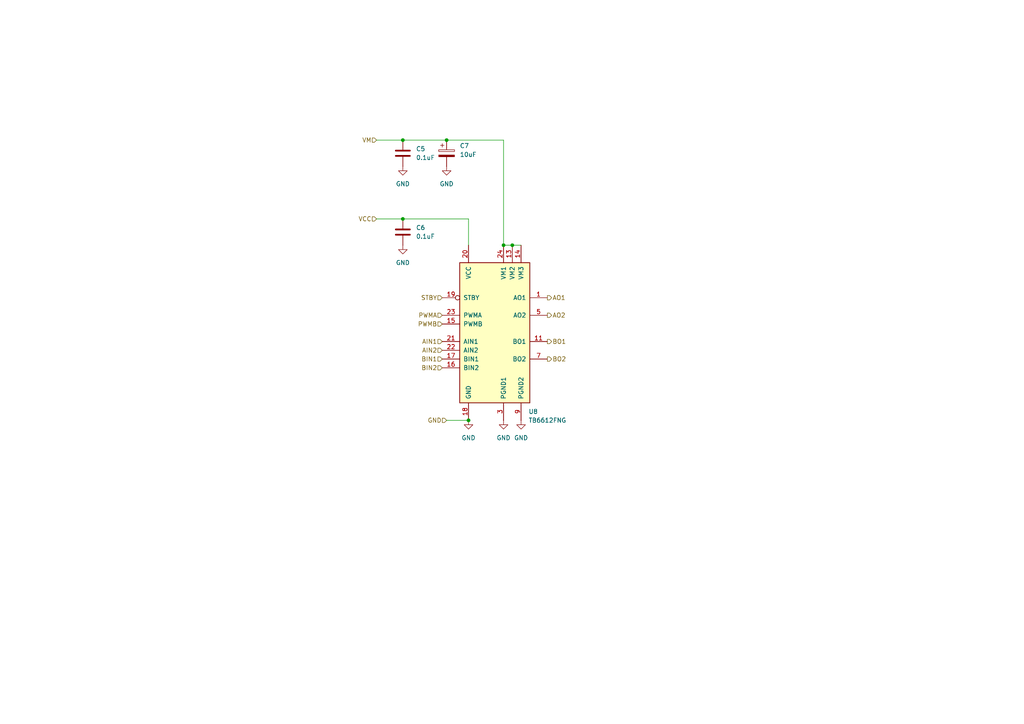
<source format=kicad_sch>
(kicad_sch (version 20250114) (generator "eeschema") (generator_version "9.0")
  (paper "A4")
  (lib_symbols
    (symbol "Device:C" (pin_numbers (hide yes)) (pin_names (offset 0.254))
      (property "Reference" "C" (at 0.635 2.54 0))
      (property "Value" "C" (at 0.635 -2.54 0))
      (symbol "C_0_1"
        (polyline (pts (xy -2.032 0.762) (xy 2.032 0.762)) (stroke (width 0.508)))
        (polyline (pts (xy -2.032 -0.762) (xy 2.032 -0.762)) (stroke (width 0.508)))
      )
      (symbol "C_1_1"
        (pin passive line (at 0 3.81 270) (length 2.794) (name "~") (number "1"))
        (pin passive line (at 0 -3.81 90) (length 2.794) (name "~") (number "2"))
      )
    )
    (symbol "Device:C_Polarized" (pin_numbers (hide yes)) (pin_names (offset 0.254))
      (property "Reference" "C" (at 0.635 2.54 0))
      (property "Value" "C_Polarized" (at 0.635 -2.54 0))
      (symbol "C_Polarized_0_1"
        (rectangle (start -2.286 0.508) (end 2.286 1.016))
        (polyline (pts (xy -1.778 2.286) (xy -0.762 2.286)))
        (polyline (pts (xy -1.27 2.794) (xy -1.27 1.778)))
        (rectangle (start 2.286 -0.508) (end -2.286 -1.016) (fill (type outline)))
      )
      (symbol "C_Polarized_1_1"
        (pin passive line (at 0 3.81 270) (length 2.794) (name "~") (number "1"))
        (pin passive line (at 0 -3.81 90) (length 2.794) (name "~") (number "2"))
      )
    )
    (symbol "Driver_Motor:TB6612FNG" (pin_names (offset 1.016))
      (property "Reference" "U" (at 11.43 17.78 0))
      (property "Value" "TB6612FNG" (at 11.43 15.24 0))
      (symbol "TB6612FNG_0_1"
        (rectangle (start -10.16 20.32) (end 10.16 -20.32) (stroke (width 0.254)) (fill (type background)))
      )
      (symbol "TB6612FNG_1_1"
        (pin input inverted (at -15.24 10.16 0) (length 5.08) (name "STBY") (number "19"))
        (pin input line (at -15.24 5.08 0) (length 5.08) (name "PWMA") (number "23"))
        (pin input line (at -15.24 2.54 0) (length 5.08) (name "PWMB") (number "15"))
        (pin input line (at -15.24 -2.54 0) (length 5.08) (name "AIN1") (number "21"))
        (pin input line (at -15.24 -5.08 0) (length 5.08) (name "AIN2") (number "22"))
        (pin input line (at -15.24 -7.62 0) (length 5.08) (name "BIN1") (number "17"))
        (pin input line (at -15.24 -10.16 0) (length 5.08) (name "BIN2") (number "16"))
        (pin power_in line (at -7.62 25.4 270) (length 5.08) (name "VCC") (number "20"))
        (pin power_in line (at -7.62 -25.4 90) (length 5.08) (name "GND") (number "18"))
        (pin power_in line (at 2.54 25.4 270) (length 5.08) (name "VM1") (number "24"))
        (pin power_in line (at 2.54 -25.4 90) (length 5.08) (name "PGND1") (number "3"))
        (pin passive line (at 2.54 -25.4 90) (length 5.08) (hide yes) (name "PGND1") (number "4"))
        (pin power_in line (at 5.08 25.4 270) (length 5.08) (name "VM2") (number "13"))
        (pin power_in line (at 7.62 25.4 270) (length 5.08) (name "VM3") (number "14"))
        (pin passive line (at 7.62 -25.4 90) (length 5.08) (hide yes) (name "PGND2") (number "10"))
        (pin power_in line (at 7.62 -25.4 90) (length 5.08) (name "PGND2") (number "9"))
        (pin output line (at 15.24 10.16 180) (length 5.08) (name "AO1") (number "1"))
        (pin passive line (at 15.24 10.16 180) (length 5.08) (hide yes) (name "AO1") (number "2"))
        (pin output line (at 15.24 5.08 180) (length 5.08) (name "AO2") (number "5"))
        (pin passive line (at 15.24 5.08 180) (length 5.08) (hide yes) (name "AO2") (number "6"))
        (pin output line (at 15.24 -2.54 180) (length 5.08) (name "BO1") (number "11"))
        (pin passive line (at 15.24 -2.54 180) (length 5.08) (hide yes) (name "BO1") (number "12"))
        (pin output line (at 15.24 -7.62 180) (length 5.08) (name "BO2") (number "7"))
        (pin passive line (at 15.24 -7.62 180) (length 5.08) (hide yes) (name "BO2") (number "8"))
      )
    )
    (symbol "power:GND" (power) (pin_numbers (hide yes)) (pin_names (offset 0) (hide yes))
      (property "Value" "GND" (at 0 -3.81 0))
      (symbol "GND_0_1"
        (polyline (pts (xy 0 0) (xy 0 -1.27) (xy 1.27 -1.27) (xy 0 -2.54) (xy -1.27 -1.27) (xy 0 -1.27)))
      )
      (symbol "GND_1_1"
        (pin power_in line (at 0 0 270) (length 0) (name "~") (number "1"))
      )
    )
  )
  (junction (at 146.05 71.12))
  (junction (at 148.59 71.12))
  (junction (at 135.89 121.92))
  (junction (at 129.54 40.64))
  (junction (at 116.84 63.5))
  (junction (at 116.84 40.64))
  (wire (pts (xy 109.22 40.64) (xy 116.84 40.64)))
  (wire (pts (xy 116.84 40.64) (xy 129.54 40.64)))
  (wire (pts (xy 129.54 121.92) (xy 135.89 121.92)))
  (wire (pts (xy 146.05 71.12) (xy 148.59 71.12)))
  (wire (pts (xy 116.84 63.5) (xy 135.89 63.5)))
  (wire (pts (xy 148.59 71.12) (xy 151.13 71.12)))
  (wire (pts (xy 146.05 40.64) (xy 146.05 71.12)))
  (wire (pts (xy 135.89 63.5) (xy 135.89 71.12)))
  (wire (pts (xy 109.22 63.5) (xy 116.84 63.5)))
  (wire (pts (xy 129.54 40.64) (xy 146.05 40.64)))
  (hierarchical_label "AO2" (shape output) (at 158.75 91.44 0))
  (hierarchical_label "GND" (shape input) (at 129.54 121.92 180))
  (hierarchical_label "BIN1" (shape input) (at 128.27 104.14 180))
  (hierarchical_label "BIN2" (shape input) (at 128.27 106.68 180))
  (hierarchical_label "BO2" (shape output) (at 158.75 104.14 0))
  (hierarchical_label "BO1" (shape output) (at 158.75 99.06 0))
  (hierarchical_label "VM" (shape input) (at 109.22 40.64 180))
  (hierarchical_label "PWMB" (shape input) (at 128.27 93.98 180))
  (hierarchical_label "VCC" (shape input) (at 109.22 63.5 180))
  (hierarchical_label "STBY" (shape input) (at 128.27 86.36 180))
  (hierarchical_label "AIN2" (shape input) (at 128.27 101.6 180))
  (hierarchical_label "PWMA" (shape input) (at 128.27 91.44 180))
  (hierarchical_label "AIN1" (shape input) (at 128.27 99.06 180))
  (hierarchical_label "AO1" (shape output) (at 158.75 86.36 0))
  (symbol (lib_id "power:GND") (at 146.05 121.92 0) (unit 1)
    (property "Reference" "#PWR048" (effects (hide yes)))
    (property "Value" "GND" (at 146.05 127 0))
    (property "Description" "Power symbol creates a global label with name \"GND\" , ground" (effects (hide yes)))
  )
  (symbol (lib_id "power:GND") (at 151.13 121.92 0) (unit 1)
    (property "Reference" "#PWR047" (effects (hide yes)))
    (property "Value" "GND" (at 151.13 127 0))
    (property "Description" "Power symbol creates a global label with name \"GND\" , ground" (effects (hide yes)))
  )
  (symbol (lib_id "power:GND") (at 116.84 71.12 0) (unit 1)
    (property "Reference" "#PWR052" (effects (hide yes)))
    (property "Value" "GND" (at 116.84 76.2 0))
    (property "Description" "Power symbol creates a global label with name \"GND\" , ground" (effects (hide yes)))
  )
  (symbol (lib_id "power:GND") (at 116.84 48.26 0) (unit 1)
    (property "Reference" "#PWR050" (effects (hide yes)))
    (property "Value" "GND" (at 116.84 53.34 0))
    (property "Description" "Power symbol creates a global label with name \"GND\" , ground" (effects (hide yes)))
  )
  (symbol (lib_id "Driver_Motor:TB6612FNG") (at 143.51 96.52 0) (unit 1)
    (property "Reference" "U8" (at 153.2733 119.38 0) (effects (justify left)))
    (property "Value" "TB6612FNG" (at 153.2733 121.92 0) (effects (justify left)))
    (property "Footprint" "Package_SO:SSOP-24_5.3x8.2mm_P0.65mm" (effects (hide yes)))
    (property "Datasheet" "https://toshiba.semicon-storage.com/us/product/linear/motordriver/detail.TB6612FNG.html" (effects (hide yes)))
    (property "Description" "Driver IC for Dual DC motor, SSOP-24" (effects (hide yes)))
  )
  (symbol (lib_id "Device:C") (at 116.84 67.31 0) (unit 1)
    (property "Reference" "C6" (at 120.65 66.0399 0) (effects (justify left)))
    (property "Value" "0.1uF" (at 120.65 68.5799 0) (effects (justify left)))
    (property "Footprint" "Capacitor_SMD:C_0402_1005Metric_Pad0.74x0.62mm_HandSolder" (effects (hide yes)))
    (property "Description" "Unpolarized capacitor" (effects (hide yes)))
  )
  (symbol (lib_id "Device:C_Polarized") (at 129.54 44.45 0) (unit 1)
    (property "Reference" "C7" (at 133.35 42.2909 0) (effects (justify left)))
    (property "Value" "10uF" (at 133.35 44.8309 0) (effects (justify left)))
    (property "Footprint" "Capacitor_Tantalum_SMD:CP_EIA-3528-12_Kemet-T_Pad1.50x2.35mm_HandSolder" (effects (hide yes)))
    (property "Description" "Polarized capacitor" (effects (hide yes)))
  )
  (symbol (lib_id "power:GND") (at 135.89 121.92 0) (unit 1)
    (property "Reference" "#PWR049" (effects (hide yes)))
    (property "Value" "GND" (at 135.89 127 0))
    (property "Description" "Power symbol creates a global label with name \"GND\" , ground" (effects (hide yes)))
  )
  (symbol (lib_id "Device:C") (at 116.84 44.45 0) (unit 1)
    (property "Reference" "C5" (at 120.65 43.1799 0) (effects (justify left)))
    (property "Value" "0.1uF" (at 120.65 45.7199 0) (effects (justify left)))
    (property "Footprint" "Capacitor_SMD:C_0402_1005Metric_Pad0.74x0.62mm_HandSolder" (effects (hide yes)))
    (property "Description" "Unpolarized capacitor" (effects (hide yes)))
  )
  (symbol (lib_id "power:GND") (at 129.54 48.26 0) (unit 1)
    (property "Reference" "#PWR051" (effects (hide yes)))
    (property "Value" "GND" (at 129.54 53.34 0))
    (property "Description" "Power symbol creates a global label with name \"GND\" , ground" (effects (hide yes)))
  )
)
</source>
